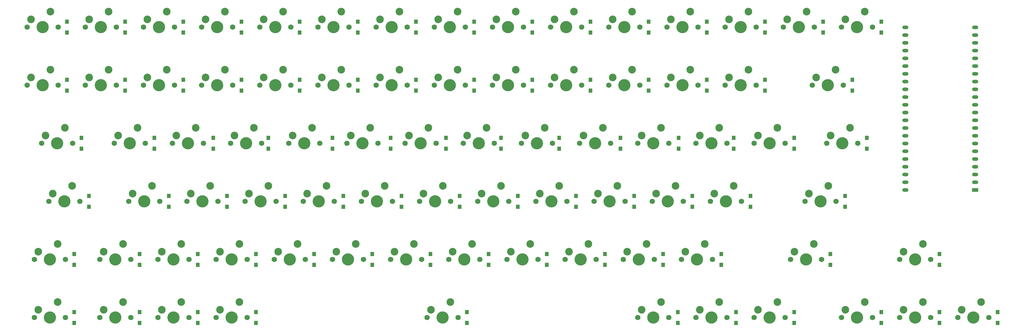
<source format=gbr>
%TF.GenerationSoftware,KiCad,Pcbnew,7.0.10*%
%TF.CreationDate,2024-01-16T21:17:59-03:00*%
%TF.ProjectId,PCB,5043422e-6b69-4636-9164-5f7063625858,rev?*%
%TF.SameCoordinates,Original*%
%TF.FileFunction,Soldermask,Top*%
%TF.FilePolarity,Negative*%
%FSLAX46Y46*%
G04 Gerber Fmt 4.6, Leading zero omitted, Abs format (unit mm)*
G04 Created by KiCad (PCBNEW 7.0.10) date 2024-01-16 21:17:59*
%MOMM*%
%LPD*%
G01*
G04 APERTURE LIST*
%ADD10C,1.750000*%
%ADD11C,4.000000*%
%ADD12C,2.500000*%
%ADD13R,1.300000X1.400000*%
%ADD14R,2.000000X1.200000*%
%ADD15O,2.000000X1.200000*%
G04 APERTURE END LIST*
D10*
%TO.C,S79*%
X290988750Y-108516963D03*
D11*
X296068750Y-108516963D03*
D10*
X301148750Y-108516963D03*
D12*
X292258750Y-105976963D03*
X298608750Y-103436963D03*
%TD*%
D13*
%TO.C,D56*%
X220725000Y-72191963D03*
X220725000Y-68641963D03*
%TD*%
D10*
%TO.C,S32*%
X131445000Y-70416963D03*
D11*
X136525000Y-70416963D03*
D10*
X141605000Y-70416963D03*
D12*
X132715000Y-67876963D03*
X139065000Y-65336963D03*
%TD*%
D10*
%TO.C,S54*%
X302895000Y-146616963D03*
D11*
X307975000Y-146616963D03*
D10*
X313055000Y-146616963D03*
D12*
X304165000Y-144076963D03*
X310515000Y-141536963D03*
%TD*%
D10*
%TO.C,S6*%
X38576250Y-146616963D03*
D11*
X43656250Y-146616963D03*
D10*
X48736250Y-146616963D03*
D12*
X39846250Y-144076963D03*
X46196250Y-141536963D03*
%TD*%
D10*
%TO.C,S11*%
X60007500Y-127566963D03*
D11*
X65087500Y-127566963D03*
D10*
X70167500Y-127566963D03*
D12*
X61277500Y-125026963D03*
X67627500Y-122486963D03*
%TD*%
D13*
%TO.C,D72*%
X277875000Y-72191963D03*
X277875000Y-68641963D03*
%TD*%
D10*
%TO.C,S77*%
X293370000Y-70416963D03*
D11*
X298450000Y-70416963D03*
D10*
X303530000Y-70416963D03*
D12*
X294640000Y-67876963D03*
X300990000Y-65336963D03*
%TD*%
D10*
%TO.C,S15*%
X83820000Y-89466963D03*
D11*
X88900000Y-89466963D03*
D10*
X93980000Y-89466963D03*
D12*
X85090000Y-86926963D03*
X91440000Y-84386963D03*
%TD*%
D13*
%TO.C,D13*%
X87375000Y-53141963D03*
X87375000Y-49591963D03*
%TD*%
%TO.C,D29*%
X130237500Y-129341963D03*
X130237500Y-125791963D03*
%TD*%
D10*
%TO.C,S48*%
X274320000Y-146616963D03*
D11*
X279400000Y-146616963D03*
D10*
X284480000Y-146616963D03*
D12*
X275590000Y-144076963D03*
X281940000Y-141536963D03*
%TD*%
D13*
%TO.C,D80*%
X335025000Y-129341963D03*
X335025000Y-125791963D03*
%TD*%
D10*
%TO.C,S23*%
X98107500Y-127566963D03*
D11*
X103187500Y-127566963D03*
D10*
X108267500Y-127566963D03*
D12*
X99377500Y-125026963D03*
X105727500Y-122486963D03*
%TD*%
D10*
%TO.C,S73*%
X274320000Y-89466963D03*
D11*
X279400000Y-89466963D03*
D10*
X284480000Y-89466963D03*
D12*
X275590000Y-86926963D03*
X281940000Y-84386963D03*
%TD*%
D10*
%TO.C,S30*%
X167163750Y-146616963D03*
D11*
X172243750Y-146616963D03*
D10*
X177323750Y-146616963D03*
D12*
X168433750Y-144076963D03*
X174783750Y-141536963D03*
%TD*%
D10*
%TO.C,S71*%
X264795000Y-51366963D03*
D11*
X269875000Y-51366963D03*
D10*
X274955000Y-51366963D03*
D12*
X266065000Y-48826963D03*
X272415000Y-46286963D03*
%TD*%
D13*
%TO.C,D39*%
X173355000Y-91241963D03*
X173355000Y-87691963D03*
%TD*%
D10*
%TO.C,S78*%
X298132500Y-89466963D03*
D11*
X303212500Y-89466963D03*
D10*
X308292500Y-89466963D03*
D12*
X299402500Y-86926963D03*
X305752500Y-84386963D03*
%TD*%
D10*
%TO.C,S51*%
X198120000Y-89466963D03*
D11*
X203200000Y-89466963D03*
D10*
X208280000Y-89466963D03*
D12*
X199390000Y-86926963D03*
X205740000Y-84386963D03*
%TD*%
D13*
%TO.C,D1*%
X49275000Y-53141963D03*
X49275000Y-49591963D03*
%TD*%
D10*
%TO.C,S65*%
X231457500Y-127566963D03*
D11*
X236537500Y-127566963D03*
D10*
X241617500Y-127566963D03*
D12*
X232727500Y-125026963D03*
X239077500Y-122486963D03*
%TD*%
D10*
%TO.C,S53*%
X193357500Y-127566963D03*
D11*
X198437500Y-127566963D03*
D10*
X203517500Y-127566963D03*
D12*
X194627500Y-125026963D03*
X200977500Y-122486963D03*
%TD*%
D10*
%TO.C,S4*%
X43338750Y-108516963D03*
D11*
X48418750Y-108516963D03*
D10*
X53498750Y-108516963D03*
D12*
X44608750Y-105976963D03*
X50958750Y-103436963D03*
%TD*%
D13*
%TO.C,D43*%
X182625000Y-53141963D03*
X182625000Y-49591963D03*
%TD*%
%TO.C,D61*%
X239775000Y-53141963D03*
X239775000Y-49591963D03*
%TD*%
D10*
%TO.C,S18*%
X79057500Y-146616963D03*
D11*
X84137500Y-146616963D03*
D10*
X89217500Y-146616963D03*
D12*
X80327500Y-144076963D03*
X86677500Y-141536963D03*
%TD*%
D10*
%TO.C,S31*%
X131445000Y-51366963D03*
D11*
X136525000Y-51366963D03*
D10*
X141605000Y-51366963D03*
D12*
X132715000Y-48826963D03*
X139065000Y-46286963D03*
%TD*%
D10*
%TO.C,S34*%
X145732500Y-108516963D03*
D11*
X150812500Y-108516963D03*
D10*
X155892500Y-108516963D03*
D12*
X147002500Y-105976963D03*
X153352500Y-103436963D03*
%TD*%
D13*
%TO.C,D25*%
X125475000Y-53141963D03*
X125475000Y-49591963D03*
%TD*%
%TO.C,D70*%
X263587500Y-129341963D03*
X263587500Y-125791963D03*
%TD*%
D10*
%TO.C,S25*%
X112395000Y-51366963D03*
D11*
X117475000Y-51366963D03*
D10*
X122555000Y-51366963D03*
D12*
X113665000Y-48826963D03*
X120015000Y-46286963D03*
%TD*%
D13*
%TO.C,D51*%
X210502500Y-91241963D03*
X210502500Y-87691963D03*
%TD*%
D10*
%TO.C,S70*%
X250507500Y-127566963D03*
D11*
X255587500Y-127566963D03*
D10*
X260667500Y-127566963D03*
D12*
X251777500Y-125026963D03*
X258127500Y-122486963D03*
%TD*%
D13*
%TO.C,D34*%
X158812500Y-110291963D03*
X158812500Y-106741963D03*
%TD*%
%TO.C,D28*%
X139762500Y-110291963D03*
X139762500Y-106741963D03*
%TD*%
%TO.C,D58*%
X235012500Y-110291963D03*
X235012500Y-106741963D03*
%TD*%
%TO.C,D8*%
X68325000Y-72191963D03*
X68325000Y-68641963D03*
%TD*%
%TO.C,D71*%
X277875000Y-53141963D03*
X277875000Y-49591963D03*
%TD*%
D10*
%TO.C,S16*%
X88582500Y-108516963D03*
D11*
X93662500Y-108516963D03*
D10*
X98742500Y-108516963D03*
D12*
X89852500Y-105976963D03*
X96202500Y-103436963D03*
%TD*%
D14*
%TO.C,U1*%
X346706320Y-104772280D03*
D15*
X346706320Y-102232280D03*
X346706320Y-99692280D03*
X346706320Y-97152280D03*
X346706320Y-94612280D03*
X346706320Y-92072280D03*
X346706320Y-89532280D03*
X346706320Y-86992280D03*
X346706320Y-84452280D03*
X346706320Y-81912280D03*
X346706320Y-79372280D03*
X346706320Y-76832280D03*
X346706320Y-74292280D03*
X346706320Y-71752280D03*
X346706320Y-69212280D03*
X346706320Y-66672280D03*
X346706320Y-64132280D03*
X346706320Y-61592280D03*
X346706320Y-59052280D03*
X346710000Y-56515000D03*
X346710000Y-53975000D03*
X346710000Y-51435000D03*
X323846320Y-51432280D03*
X323846320Y-53972280D03*
X323846320Y-56512280D03*
X323846320Y-59052280D03*
X323846320Y-61592280D03*
X323846320Y-64132280D03*
X323846320Y-66672280D03*
X323846320Y-69212280D03*
X323846320Y-71752280D03*
X323846320Y-74292280D03*
X323846320Y-76832280D03*
X323846320Y-79372280D03*
X323846320Y-81912280D03*
X323846320Y-84452280D03*
X323846320Y-86992280D03*
X323846320Y-89532280D03*
X323846320Y-92072280D03*
X323846320Y-94612280D03*
X323846320Y-97152280D03*
X323846320Y-99692280D03*
X323846320Y-102232280D03*
X323846320Y-104772280D03*
%TD*%
D10*
%TO.C,S41*%
X155257500Y-127566963D03*
D11*
X160337500Y-127566963D03*
D10*
X165417500Y-127566963D03*
D12*
X156527500Y-125026963D03*
X162877500Y-122486963D03*
%TD*%
D13*
%TO.C,D22*%
X120712500Y-110291963D03*
X120712500Y-106741963D03*
%TD*%
D10*
%TO.C,S33*%
X140970000Y-89466963D03*
D11*
X146050000Y-89466963D03*
D10*
X151130000Y-89466963D03*
D12*
X142240000Y-86926963D03*
X148590000Y-84386963D03*
%TD*%
D10*
%TO.C,S29*%
X117157500Y-127566963D03*
D11*
X122237500Y-127566963D03*
D10*
X127317500Y-127566963D03*
D12*
X118427500Y-125026963D03*
X124777500Y-122486963D03*
%TD*%
D13*
%TO.C,D81*%
X354075000Y-148391963D03*
X354075000Y-144841963D03*
%TD*%
%TO.C,D33*%
X155257500Y-91241963D03*
X155257500Y-87691963D03*
%TD*%
%TO.C,D19*%
X106425000Y-53141963D03*
X106425000Y-49591963D03*
%TD*%
D10*
%TO.C,S20*%
X93345000Y-70416963D03*
D11*
X98425000Y-70416963D03*
D10*
X103505000Y-70416963D03*
D12*
X94615000Y-67876963D03*
X100965000Y-65336963D03*
%TD*%
D10*
%TO.C,S76*%
X302895000Y-51366963D03*
D11*
X307975000Y-51366963D03*
D10*
X313055000Y-51366963D03*
D12*
X304165000Y-48826963D03*
X310515000Y-46286963D03*
%TD*%
D10*
%TO.C,S45*%
X179070000Y-89466963D03*
D11*
X184150000Y-89466963D03*
D10*
X189230000Y-89466963D03*
D12*
X180340000Y-86926963D03*
X186690000Y-84386963D03*
%TD*%
D10*
%TO.C,S55*%
X207645000Y-51366963D03*
D11*
X212725000Y-51366963D03*
D10*
X217805000Y-51366963D03*
D12*
X208915000Y-48826963D03*
X215265000Y-46286963D03*
%TD*%
D10*
%TO.C,S24*%
X98107500Y-146616963D03*
D11*
X103187500Y-146616963D03*
D10*
X108267500Y-146616963D03*
D12*
X99377500Y-144076963D03*
X105727500Y-141536963D03*
%TD*%
D13*
%TO.C,D60*%
X335025000Y-148391963D03*
X335025000Y-144841963D03*
%TD*%
%TO.C,D4*%
X56418750Y-110291963D03*
X56418750Y-106741963D03*
%TD*%
%TO.C,D32*%
X144525000Y-72191963D03*
X144525000Y-68641963D03*
%TD*%
D10*
%TO.C,S58*%
X221932500Y-108516963D03*
D11*
X227012500Y-108516963D03*
D10*
X232092500Y-108516963D03*
D12*
X223202500Y-105976963D03*
X229552500Y-103436963D03*
%TD*%
D10*
%TO.C,S40*%
X164782500Y-108516963D03*
D11*
X169862500Y-108516963D03*
D10*
X174942500Y-108516963D03*
D12*
X166052500Y-105976963D03*
X172402500Y-103436963D03*
%TD*%
D13*
%TO.C,D49*%
X201675000Y-53141963D03*
X201675000Y-49591963D03*
%TD*%
D10*
%TO.C,S9*%
X64770000Y-89466963D03*
D11*
X69850000Y-89466963D03*
D10*
X74930000Y-89466963D03*
D12*
X66040000Y-86926963D03*
X72390000Y-84386963D03*
%TD*%
D13*
%TO.C,D17*%
X92137500Y-129341963D03*
X92137500Y-125791963D03*
%TD*%
D10*
%TO.C,S68*%
X255270000Y-89466963D03*
D11*
X260350000Y-89466963D03*
D10*
X265430000Y-89466963D03*
D12*
X256540000Y-86926963D03*
X262890000Y-84386963D03*
%TD*%
D10*
%TO.C,S61*%
X226695000Y-51366963D03*
D11*
X231775000Y-51366963D03*
D10*
X236855000Y-51366963D03*
D12*
X227965000Y-48826963D03*
X234315000Y-46286963D03*
%TD*%
D10*
%TO.C,S50*%
X188595000Y-70416963D03*
D11*
X193675000Y-70416963D03*
D10*
X198755000Y-70416963D03*
D12*
X189865000Y-67876963D03*
X196215000Y-65336963D03*
%TD*%
D10*
%TO.C,S14*%
X74295000Y-70416963D03*
D11*
X79375000Y-70416963D03*
D10*
X84455000Y-70416963D03*
D12*
X75565000Y-67876963D03*
X81915000Y-65336963D03*
%TD*%
D13*
%TO.C,D76*%
X315975000Y-53141963D03*
X315975000Y-49591963D03*
%TD*%
%TO.C,D9*%
X77850000Y-91241963D03*
X77850000Y-87691963D03*
%TD*%
D10*
%TO.C,S12*%
X60007500Y-146616963D03*
D11*
X65087500Y-146616963D03*
D10*
X70167500Y-146616963D03*
D12*
X61277500Y-144076963D03*
X67627500Y-141536963D03*
%TD*%
D13*
%TO.C,D6*%
X51656250Y-148391963D03*
X51656250Y-144841963D03*
%TD*%
D10*
%TO.C,S46*%
X183832500Y-108516963D03*
D11*
X188912500Y-108516963D03*
D10*
X193992500Y-108516963D03*
D12*
X185102500Y-105976963D03*
X191452500Y-103436963D03*
%TD*%
D10*
%TO.C,S69*%
X260032500Y-108516963D03*
D11*
X265112500Y-108516963D03*
D10*
X270192500Y-108516963D03*
D12*
X261302500Y-105976963D03*
X267652500Y-103436963D03*
%TD*%
D13*
%TO.C,D45*%
X191452500Y-91241963D03*
X191452500Y-87691963D03*
%TD*%
%TO.C,D47*%
X187387500Y-129341963D03*
X187387500Y-125791963D03*
%TD*%
%TO.C,D18*%
X92137500Y-148391963D03*
X92137500Y-144841963D03*
%TD*%
%TO.C,D23*%
X111187500Y-129341963D03*
X111187500Y-125791963D03*
%TD*%
D10*
%TO.C,S3*%
X40957500Y-89466963D03*
D11*
X46037500Y-89466963D03*
D10*
X51117500Y-89466963D03*
D12*
X42227500Y-86926963D03*
X48577500Y-84386963D03*
%TD*%
D10*
%TO.C,S47*%
X174307500Y-127566963D03*
D11*
X179387500Y-127566963D03*
D10*
X184467500Y-127566963D03*
D12*
X175577500Y-125026963D03*
X181927500Y-122486963D03*
%TD*%
D10*
%TO.C,S60*%
X321945000Y-146616963D03*
D11*
X327025000Y-146616963D03*
D10*
X332105000Y-146616963D03*
D12*
X323215000Y-144076963D03*
X329565000Y-141536963D03*
%TD*%
D13*
%TO.C,D52*%
X215962500Y-110291963D03*
X215962500Y-106741963D03*
%TD*%
D10*
%TO.C,S49*%
X188595000Y-51366963D03*
D11*
X193675000Y-51366963D03*
D10*
X198755000Y-51366963D03*
D12*
X189865000Y-48826963D03*
X196215000Y-46286963D03*
%TD*%
D13*
%TO.C,D65*%
X244537500Y-129341963D03*
X244537500Y-125791963D03*
%TD*%
D10*
%TO.C,S75*%
X283845000Y-51366963D03*
D11*
X288925000Y-51366963D03*
D10*
X294005000Y-51366963D03*
D12*
X285115000Y-48826963D03*
X291465000Y-46286963D03*
%TD*%
D13*
%TO.C,D37*%
X163575000Y-53141963D03*
X163575000Y-49591963D03*
%TD*%
D10*
%TO.C,S7*%
X55245000Y-51366963D03*
D11*
X60325000Y-51366963D03*
D10*
X65405000Y-51366963D03*
D12*
X56515000Y-48826963D03*
X62865000Y-46286963D03*
%TD*%
D13*
%TO.C,D12*%
X73087500Y-148391963D03*
X73087500Y-144841963D03*
%TD*%
%TO.C,D14*%
X87375000Y-72191963D03*
X87375000Y-68641963D03*
%TD*%
D10*
%TO.C,S28*%
X126682500Y-108516963D03*
D11*
X131762500Y-108516963D03*
D10*
X136842500Y-108516963D03*
D12*
X127952500Y-105976963D03*
X134302500Y-103436963D03*
%TD*%
D13*
%TO.C,D11*%
X73087500Y-129341963D03*
X73087500Y-125791963D03*
%TD*%
%TO.C,D68*%
X267652500Y-91241963D03*
X267652500Y-87691963D03*
%TD*%
D10*
%TO.C,S19*%
X93345000Y-51366963D03*
D11*
X98425000Y-51366963D03*
D10*
X103505000Y-51366963D03*
D12*
X94615000Y-48826963D03*
X100965000Y-46286963D03*
%TD*%
D13*
%TO.C,D54*%
X315975000Y-148391963D03*
X315975000Y-144841963D03*
%TD*%
%TO.C,D36*%
X249300000Y-148391963D03*
X249300000Y-144841963D03*
%TD*%
%TO.C,D35*%
X149287500Y-129341963D03*
X149287500Y-125791963D03*
%TD*%
D10*
%TO.C,S62*%
X226695000Y-70416963D03*
D11*
X231775000Y-70416963D03*
D10*
X236855000Y-70416963D03*
D12*
X227965000Y-67876963D03*
X234315000Y-65336963D03*
%TD*%
D10*
%TO.C,S56*%
X207645000Y-70416963D03*
D11*
X212725000Y-70416963D03*
D10*
X217805000Y-70416963D03*
D12*
X208915000Y-67876963D03*
X215265000Y-65336963D03*
%TD*%
D10*
%TO.C,S10*%
X69532500Y-108516963D03*
D11*
X74612500Y-108516963D03*
D10*
X79692500Y-108516963D03*
D12*
X70802500Y-105976963D03*
X77152500Y-103436963D03*
%TD*%
D13*
%TO.C,D16*%
X101662500Y-110291963D03*
X101662500Y-106741963D03*
%TD*%
D10*
%TO.C,S63*%
X236220000Y-89466963D03*
D11*
X241300000Y-89466963D03*
D10*
X246380000Y-89466963D03*
D12*
X237490000Y-86926963D03*
X243840000Y-84386963D03*
%TD*%
D13*
%TO.C,D31*%
X144525000Y-53141963D03*
X144525000Y-49591963D03*
%TD*%
D10*
%TO.C,S74*%
X286226250Y-127566963D03*
D11*
X291306250Y-127566963D03*
D10*
X296386250Y-127566963D03*
D12*
X287496250Y-125026963D03*
X293846250Y-122486963D03*
%TD*%
D13*
%TO.C,D73*%
X287400000Y-91241963D03*
X287400000Y-87691963D03*
%TD*%
D10*
%TO.C,S39*%
X160020000Y-89466963D03*
D11*
X165100000Y-89466963D03*
D10*
X170180000Y-89466963D03*
D12*
X161290000Y-86926963D03*
X167640000Y-84386963D03*
%TD*%
D10*
%TO.C,S36*%
X236220000Y-146616963D03*
D11*
X241300000Y-146616963D03*
D10*
X246380000Y-146616963D03*
D12*
X237490000Y-144076963D03*
X243840000Y-141536963D03*
%TD*%
D13*
%TO.C,D40*%
X177862500Y-110291963D03*
X177862500Y-106741963D03*
%TD*%
%TO.C,D66*%
X258825000Y-53141963D03*
X258825000Y-49591963D03*
%TD*%
%TO.C,D21*%
X115252500Y-91241963D03*
X115252500Y-87691963D03*
%TD*%
%TO.C,D74*%
X299306250Y-129341963D03*
X299306250Y-125791963D03*
%TD*%
D10*
%TO.C,S26*%
X112395000Y-70416963D03*
D11*
X117475000Y-70416963D03*
D10*
X122555000Y-70416963D03*
D12*
X113665000Y-67876963D03*
X120015000Y-65336963D03*
%TD*%
D13*
%TO.C,D48*%
X287400000Y-148391963D03*
X287400000Y-144841963D03*
%TD*%
%TO.C,D38*%
X163575000Y-72191963D03*
X163575000Y-68641963D03*
%TD*%
%TO.C,D77*%
X306450000Y-72191963D03*
X306450000Y-68641963D03*
%TD*%
D10*
%TO.C,S42*%
X255270000Y-146616963D03*
D11*
X260350000Y-146616963D03*
D10*
X265430000Y-146616963D03*
D12*
X256540000Y-144076963D03*
X262890000Y-141536963D03*
%TD*%
D10*
%TO.C,S1*%
X36195000Y-51366963D03*
D11*
X41275000Y-51366963D03*
D10*
X46355000Y-51366963D03*
D12*
X37465000Y-48826963D03*
X43815000Y-46286963D03*
%TD*%
D13*
%TO.C,D44*%
X182625000Y-72191963D03*
X182625000Y-68641963D03*
%TD*%
D10*
%TO.C,S66*%
X245745000Y-51366963D03*
D11*
X250825000Y-51366963D03*
D10*
X255905000Y-51366963D03*
D12*
X247015000Y-48826963D03*
X253365000Y-46286963D03*
%TD*%
D13*
%TO.C,D46*%
X196912500Y-110291963D03*
X196912500Y-106741963D03*
%TD*%
%TO.C,D42*%
X268350000Y-148391963D03*
X268350000Y-144841963D03*
%TD*%
D10*
%TO.C,S52*%
X202882500Y-108516963D03*
D11*
X207962500Y-108516963D03*
D10*
X213042500Y-108516963D03*
D12*
X204152500Y-105976963D03*
X210502500Y-103436963D03*
%TD*%
D13*
%TO.C,D5*%
X51656250Y-129341963D03*
X51656250Y-125791963D03*
%TD*%
%TO.C,D53*%
X206437500Y-129341963D03*
X206437500Y-125791963D03*
%TD*%
D10*
%TO.C,S64*%
X240982500Y-108516963D03*
D11*
X246062500Y-108516963D03*
D10*
X251142500Y-108516963D03*
D12*
X242252500Y-105976963D03*
X248602500Y-103436963D03*
%TD*%
D13*
%TO.C,D69*%
X273112500Y-110291963D03*
X273112500Y-106741963D03*
%TD*%
D10*
%TO.C,S22*%
X107632500Y-108516963D03*
D11*
X112712500Y-108516963D03*
D10*
X117792500Y-108516963D03*
D12*
X108902500Y-105976963D03*
X115252500Y-103436963D03*
%TD*%
D10*
%TO.C,S5*%
X38576250Y-127566963D03*
D11*
X43656250Y-127566963D03*
D10*
X48736250Y-127566963D03*
D12*
X39846250Y-125026963D03*
X46196250Y-122486963D03*
%TD*%
D13*
%TO.C,D7*%
X68325000Y-53141963D03*
X68325000Y-49591963D03*
%TD*%
D10*
%TO.C,S80*%
X321945000Y-127566963D03*
D11*
X327025000Y-127566963D03*
D10*
X332105000Y-127566963D03*
D12*
X323215000Y-125026963D03*
X329565000Y-122486963D03*
%TD*%
D10*
%TO.C,S57*%
X217170000Y-89466963D03*
D11*
X222250000Y-89466963D03*
D10*
X227330000Y-89466963D03*
D12*
X218440000Y-86926963D03*
X224790000Y-84386963D03*
%TD*%
D13*
%TO.C,D50*%
X201675000Y-72191963D03*
X201675000Y-68641963D03*
%TD*%
%TO.C,D15*%
X97155000Y-91241963D03*
X97155000Y-87691963D03*
%TD*%
%TO.C,D20*%
X106425000Y-72191963D03*
X106425000Y-68641963D03*
%TD*%
%TO.C,D79*%
X304068750Y-110291963D03*
X304068750Y-106741963D03*
%TD*%
%TO.C,D30*%
X180243750Y-148391963D03*
X180243750Y-144841963D03*
%TD*%
D10*
%TO.C,S37*%
X150495000Y-51366963D03*
D11*
X155575000Y-51366963D03*
D10*
X160655000Y-51366963D03*
D12*
X151765000Y-48826963D03*
X158115000Y-46286963D03*
%TD*%
D10*
%TO.C,S17*%
X79057500Y-127566963D03*
D11*
X84137500Y-127566963D03*
D10*
X89217500Y-127566963D03*
D12*
X80327500Y-125026963D03*
X86677500Y-122486963D03*
%TD*%
D13*
%TO.C,D63*%
X249555000Y-91241963D03*
X249555000Y-87691963D03*
%TD*%
D10*
%TO.C,S38*%
X150495000Y-70416963D03*
D11*
X155575000Y-70416963D03*
D10*
X160655000Y-70416963D03*
D12*
X151765000Y-67876963D03*
X158115000Y-65336963D03*
%TD*%
D13*
%TO.C,D67*%
X258825000Y-72191963D03*
X258825000Y-68641963D03*
%TD*%
%TO.C,D2*%
X49275000Y-72191963D03*
X49275000Y-68641963D03*
%TD*%
D10*
%TO.C,S2*%
X36195000Y-70416963D03*
D11*
X41275000Y-70416963D03*
D10*
X46355000Y-70416963D03*
D12*
X37465000Y-67876963D03*
X43815000Y-65336963D03*
%TD*%
D13*
%TO.C,D57*%
X230505000Y-91241963D03*
X230505000Y-87691963D03*
%TD*%
%TO.C,D62*%
X239775000Y-72191963D03*
X239775000Y-68641963D03*
%TD*%
%TO.C,D75*%
X296925000Y-53141963D03*
X296925000Y-49591963D03*
%TD*%
D10*
%TO.C,S44*%
X169545000Y-70416963D03*
D11*
X174625000Y-70416963D03*
D10*
X179705000Y-70416963D03*
D12*
X170815000Y-67876963D03*
X177165000Y-65336963D03*
%TD*%
D13*
%TO.C,D78*%
X311212500Y-91241963D03*
X311212500Y-87691963D03*
%TD*%
%TO.C,D59*%
X225487500Y-129341963D03*
X225487500Y-125791963D03*
%TD*%
%TO.C,D26*%
X125475000Y-72191963D03*
X125475000Y-68641963D03*
%TD*%
%TO.C,D55*%
X220725000Y-53141963D03*
X220725000Y-49591963D03*
%TD*%
D10*
%TO.C,S8*%
X55245000Y-70416963D03*
D11*
X60325000Y-70416963D03*
D10*
X65405000Y-70416963D03*
D12*
X56515000Y-67876963D03*
X62865000Y-65336963D03*
%TD*%
D13*
%TO.C,D64*%
X254062500Y-110291963D03*
X254062500Y-106741963D03*
%TD*%
%TO.C,D24*%
X111187500Y-148391963D03*
X111187500Y-144841963D03*
%TD*%
D10*
%TO.C,S35*%
X136207500Y-127566963D03*
D11*
X141287500Y-127566963D03*
D10*
X146367500Y-127566963D03*
D12*
X137477500Y-125026963D03*
X143827500Y-122486963D03*
%TD*%
D10*
%TO.C,S67*%
X245745000Y-70416963D03*
D11*
X250825000Y-70416963D03*
D10*
X255905000Y-70416963D03*
D12*
X247015000Y-67876963D03*
X253365000Y-65336963D03*
%TD*%
D13*
%TO.C,D3*%
X54037500Y-91241963D03*
X54037500Y-87691963D03*
%TD*%
D10*
%TO.C,S59*%
X212407500Y-127566963D03*
D11*
X217487500Y-127566963D03*
D10*
X222567500Y-127566963D03*
D12*
X213677500Y-125026963D03*
X220027500Y-122486963D03*
%TD*%
D13*
%TO.C,D41*%
X168337500Y-129341963D03*
X168337500Y-125791963D03*
%TD*%
%TO.C,D27*%
X136207500Y-91241963D03*
X136207500Y-87691963D03*
%TD*%
D10*
%TO.C,S21*%
X102870000Y-89466963D03*
D11*
X107950000Y-89466963D03*
D10*
X113030000Y-89466963D03*
D12*
X104140000Y-86926963D03*
X110490000Y-84386963D03*
%TD*%
D10*
%TO.C,S27*%
X121920000Y-89466963D03*
D11*
X127000000Y-89466963D03*
D10*
X132080000Y-89466963D03*
D12*
X123190000Y-86926963D03*
X129540000Y-84386963D03*
%TD*%
D13*
%TO.C,D10*%
X82612500Y-110291963D03*
X82612500Y-106741963D03*
%TD*%
D10*
%TO.C,S43*%
X169545000Y-51366963D03*
D11*
X174625000Y-51366963D03*
D10*
X179705000Y-51366963D03*
D12*
X170815000Y-48826963D03*
X177165000Y-46286963D03*
%TD*%
D10*
%TO.C,S81*%
X340995000Y-146616963D03*
D11*
X346075000Y-146616963D03*
D10*
X351155000Y-146616963D03*
D12*
X342265000Y-144076963D03*
X348615000Y-141536963D03*
%TD*%
D10*
%TO.C,S72*%
X264795000Y-70416963D03*
D11*
X269875000Y-70416963D03*
D10*
X274955000Y-70416963D03*
D12*
X266065000Y-67876963D03*
X272415000Y-65336963D03*
%TD*%
D10*
%TO.C,S13*%
X74295000Y-51366963D03*
D11*
X79375000Y-51366963D03*
D10*
X84455000Y-51366963D03*
D12*
X75565000Y-48826963D03*
X81915000Y-46286963D03*
%TD*%
M02*

</source>
